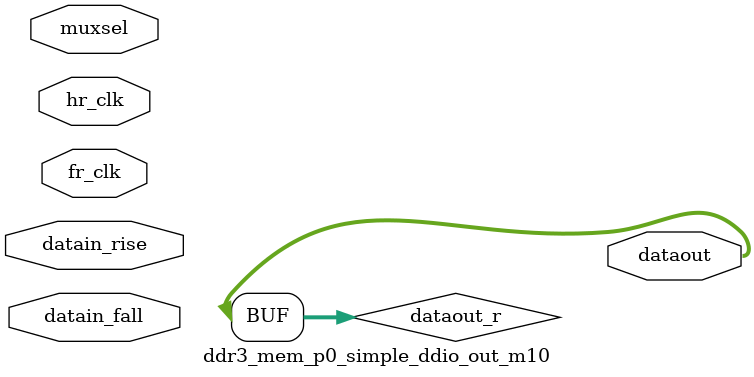
<source format=sv>




`timescale 1 ps / 1 ps

module ddr3_mem_p0_simple_ddio_out_m10(
	hr_clk,
	fr_clk,
	datain_rise,
        datain_fall,
        muxsel,
	dataout
);

// *****************************************************************
// BEGIN PARAMETER SECTION

parameter DATA_WIDTH = ""; 

// END PARAMETER SECTION
// *****************************************************************

input	hr_clk;
input   fr_clk;
input	[DATA_WIDTH-1:0] datain_rise;
input   [DATA_WIDTH-1:0] datain_fall;
input   muxsel;
output	[DATA_WIDTH-1:0] dataout;

generate
genvar i, j;
	(* altera_attribute = {"-name ALLOW_SYNCH_CTRL_USAGE OFF"}*) reg [DATA_WIDTH-1:0] datain_r /* synthesis dont_merge syn_noprune syn_preserve = 1 */;
	(* altera_attribute = {"-name ALLOW_SYNCH_CTRL_USAGE OFF"}*) reg [DATA_WIDTH-1:0] datain_f /* synthesis dont_merge syn_noprune syn_preserve = 1 */;


        always_ff @ (posedge hr_clk )
	begin
		datain_r <= datain_rise;
	end

        always_ff @ (negedge hr_clk)
        begin
                datain_f <= datain_fall;
        end


	reg [DATA_WIDTH-1:0] dataout_r /* synthesis dont_merge syn_noprune syn_preserve = 1 */;
	for (i=0; i<DATA_WIDTH; i=i+1)
	begin: ddio_group

                always_ff @ (posedge fr_clk)
                begin
                        if (muxsel)
                        begin
			        dataout_r[i] <= datain_f;
                        end else begin
                                dataout_r[i] <= datain_r;
                        end
		end
	end
	
	assign dataout = dataout_r;
	
endgenerate
endmodule

</source>
